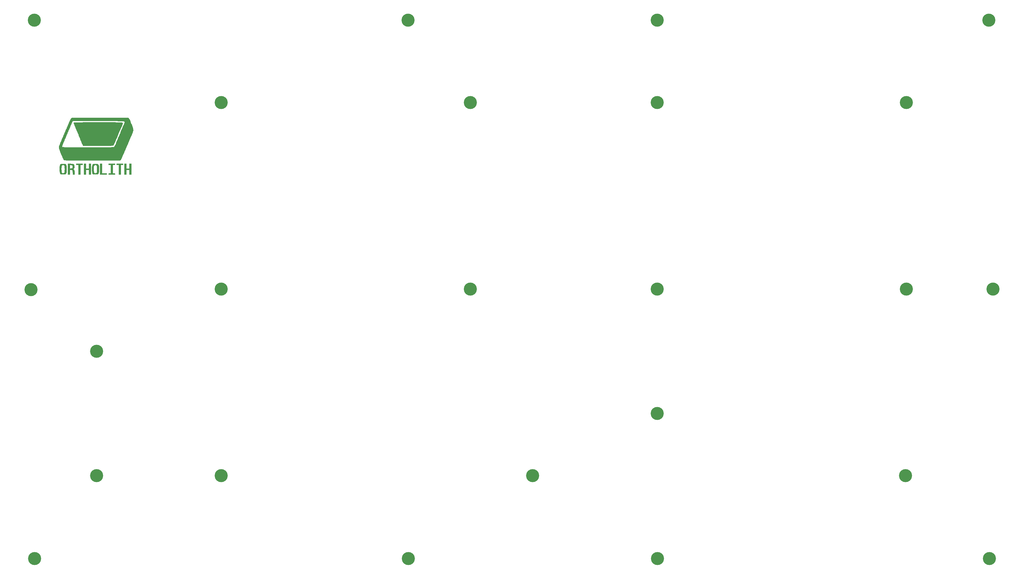
<source format=gbr>
%TF.GenerationSoftware,KiCad,Pcbnew,(6.0.0)*%
%TF.CreationDate,2023-01-05T23:03:01-06:00*%
%TF.ProjectId,Ortholith Top Plate (3D Printed Base),4f727468-6f6c-4697-9468-20546f702050,rev?*%
%TF.SameCoordinates,Original*%
%TF.FileFunction,Soldermask,Top*%
%TF.FilePolarity,Negative*%
%FSLAX46Y46*%
G04 Gerber Fmt 4.6, Leading zero omitted, Abs format (unit mm)*
G04 Created by KiCad (PCBNEW (6.0.0)) date 2023-01-05 23:03:01*
%MOMM*%
%LPD*%
G01*
G04 APERTURE LIST*
%ADD10C,0.500000*%
%ADD11C,4.000000*%
G04 APERTURE END LIST*
%TO.C,G\u002A\u002A\u002A*%
G36*
X88153797Y-96387886D02*
G01*
X88135188Y-96525175D01*
X88047413Y-96586195D01*
X87842549Y-96600898D01*
X87812858Y-96600974D01*
X87471918Y-96600974D01*
X87471918Y-99498960D01*
X86790039Y-99498960D01*
X86790039Y-96600974D01*
X86449099Y-96600974D01*
X86229438Y-96589343D01*
X86131806Y-96534483D01*
X86108281Y-96406443D01*
X86108160Y-96387886D01*
X86108160Y-96174799D01*
X88153797Y-96174799D01*
X88153797Y-96387886D01*
G37*
G36*
X85681985Y-96387886D02*
G01*
X85663376Y-96525175D01*
X85575601Y-96586195D01*
X85370737Y-96600898D01*
X85341046Y-96600974D01*
X85000106Y-96600974D01*
X85000106Y-99072786D01*
X85341046Y-99072786D01*
X85560707Y-99084416D01*
X85658339Y-99139276D01*
X85681864Y-99267316D01*
X85681985Y-99285873D01*
X85681985Y-99498960D01*
X83636348Y-99498960D01*
X83636348Y-99285873D01*
X83654957Y-99148585D01*
X83742732Y-99087565D01*
X83947596Y-99072862D01*
X83977287Y-99072786D01*
X84318227Y-99072786D01*
X84318227Y-96600974D01*
X83977287Y-96600974D01*
X83757626Y-96589343D01*
X83659994Y-96534483D01*
X83636469Y-96406443D01*
X83636348Y-96387886D01*
X83636348Y-96174799D01*
X85681985Y-96174799D01*
X85681985Y-96387886D01*
G37*
G36*
X72034959Y-96174799D02*
G01*
X72514954Y-96185947D01*
X72852203Y-96230502D01*
X73073603Y-96325131D01*
X73206055Y-96486502D01*
X73276457Y-96731283D01*
X73303176Y-96960624D01*
X73315975Y-97253879D01*
X73284856Y-97439539D01*
X73196867Y-97577645D01*
X73162202Y-97614046D01*
X72981985Y-97794262D01*
X73152455Y-97964732D01*
X73241154Y-98081959D01*
X73293269Y-98243056D01*
X73317574Y-98491890D01*
X73322925Y-98817081D01*
X73322925Y-99498960D01*
X72726281Y-99498960D01*
X72726281Y-98993100D01*
X72710744Y-98572027D01*
X72654804Y-98293444D01*
X72544461Y-98131430D01*
X72365717Y-98060063D01*
X72216981Y-98049967D01*
X71873932Y-98049967D01*
X71873932Y-99498960D01*
X71192052Y-99498960D01*
X71192052Y-97633594D01*
X71873932Y-97633594D01*
X72234598Y-97607385D01*
X72475620Y-97572448D01*
X72605771Y-97490372D01*
X72677226Y-97346779D01*
X72709350Y-97010328D01*
X72677226Y-96877987D01*
X72596368Y-96723411D01*
X72458061Y-96647427D01*
X72234598Y-96617382D01*
X71873932Y-96591172D01*
X71873932Y-97633594D01*
X71192052Y-97633594D01*
X71192052Y-96174799D01*
X72034959Y-96174799D01*
G37*
G36*
X81761180Y-99072786D02*
G01*
X82485677Y-99072786D01*
X82836512Y-99074742D01*
X83050628Y-99087229D01*
X83161777Y-99120174D01*
X83203709Y-99183502D01*
X83210173Y-99285873D01*
X83210173Y-99498960D01*
X81079301Y-99498960D01*
X81079301Y-96174799D01*
X81761180Y-96174799D01*
X81761180Y-99072786D01*
G37*
G36*
X68762544Y-96829849D02*
G01*
X68838917Y-96529116D01*
X68972989Y-96335616D01*
X69180421Y-96228381D01*
X69476876Y-96186444D01*
X69878017Y-96188839D01*
X69949167Y-96191768D01*
X70269040Y-96212532D01*
X70469236Y-96251888D01*
X70600545Y-96327510D01*
X70713758Y-96457070D01*
X70714498Y-96458063D01*
X70788075Y-96572455D01*
X70838396Y-96705111D01*
X70869779Y-96889247D01*
X70886542Y-97158081D01*
X70893002Y-97544829D01*
X70893730Y-97836880D01*
X70891276Y-98307376D01*
X70881034Y-98640656D01*
X70858683Y-98869935D01*
X70819904Y-99028431D01*
X70760376Y-99149361D01*
X70714402Y-99215697D01*
X70611882Y-99337165D01*
X70497830Y-99410449D01*
X70326921Y-99449207D01*
X70053829Y-99467099D01*
X69862053Y-99472554D01*
X69529516Y-99474795D01*
X69257532Y-99466067D01*
X69095835Y-99448217D01*
X69080695Y-99443545D01*
X68937244Y-99333391D01*
X68833753Y-99127892D01*
X68765961Y-98808059D01*
X68729608Y-98354903D01*
X68720240Y-97836880D01*
X69316885Y-97836880D01*
X69326043Y-98328519D01*
X69359241Y-98673982D01*
X69425060Y-98896859D01*
X69532083Y-99020742D01*
X69688893Y-99069222D01*
X69766520Y-99072786D01*
X69993017Y-99043709D01*
X70149119Y-98973454D01*
X70152187Y-98970504D01*
X70198257Y-98839953D01*
X70231287Y-98581576D01*
X70251277Y-98237519D01*
X70258228Y-97849926D01*
X70252138Y-97460942D01*
X70233008Y-97112713D01*
X70200839Y-96847382D01*
X70155629Y-96707095D01*
X70152187Y-96703256D01*
X70000372Y-96632001D01*
X69774736Y-96601016D01*
X69766520Y-96600974D01*
X69587657Y-96626148D01*
X69461974Y-96717397D01*
X69380889Y-96898312D01*
X69335819Y-97192486D01*
X69318181Y-97623507D01*
X69316885Y-97836880D01*
X68720240Y-97836880D01*
X68728206Y-97258782D01*
X68762544Y-96829849D01*
G37*
G36*
X83959958Y-83475181D02*
G01*
X84834246Y-83477395D01*
X85578339Y-83481851D01*
X86202306Y-83489268D01*
X86716217Y-83500366D01*
X87130140Y-83515862D01*
X87454144Y-83536477D01*
X87698296Y-83562929D01*
X87872667Y-83595938D01*
X87987324Y-83636222D01*
X88052336Y-83684500D01*
X88077772Y-83741492D01*
X88073701Y-83807917D01*
X88050190Y-83884493D01*
X88017310Y-83971940D01*
X88002550Y-84013801D01*
X87878012Y-84355007D01*
X87703049Y-84794682D01*
X87500582Y-85277411D01*
X87293531Y-85747780D01*
X87210339Y-85929130D01*
X87085857Y-86202794D01*
X86996354Y-86411616D01*
X86960559Y-86511836D01*
X86960509Y-86512892D01*
X86928409Y-86615033D01*
X86849930Y-86802273D01*
X86837978Y-86828696D01*
X86741430Y-87048468D01*
X86610870Y-87355890D01*
X86488209Y-87651309D01*
X86343888Y-87997648D01*
X86197935Y-88339121D01*
X86099331Y-88562908D01*
X86002709Y-88787024D01*
X85944937Y-88941062D01*
X85937690Y-88972450D01*
X85905698Y-89075054D01*
X85824816Y-89274425D01*
X85777730Y-89381992D01*
X85643853Y-89683542D01*
X85492310Y-90028059D01*
X85433477Y-90162757D01*
X85311599Y-90412630D01*
X85198453Y-90595544D01*
X85145953Y-90651552D01*
X85043342Y-90664008D01*
X84786301Y-90675738D01*
X84390870Y-90686513D01*
X83873090Y-90696103D01*
X83249000Y-90704281D01*
X82534639Y-90710815D01*
X81746049Y-90715478D01*
X80899267Y-90718040D01*
X80463478Y-90718461D01*
X75884233Y-90719766D01*
X75706978Y-90314900D01*
X75588539Y-90045121D01*
X75487707Y-89816711D01*
X75453376Y-89739564D01*
X75389203Y-89588074D01*
X75280392Y-89323113D01*
X75145315Y-88989609D01*
X75069980Y-88801980D01*
X74921447Y-88435000D01*
X74782173Y-88098039D01*
X74673771Y-87843106D01*
X74639572Y-87766280D01*
X74556563Y-87572839D01*
X74516803Y-87455204D01*
X74516214Y-87449175D01*
X74491258Y-87368301D01*
X74412737Y-87174974D01*
X74275171Y-86856304D01*
X74073078Y-86399403D01*
X74004178Y-86244933D01*
X73940216Y-86093368D01*
X73831830Y-85828269D01*
X73697328Y-85494611D01*
X73622509Y-85307350D01*
X73481158Y-84955637D01*
X73355595Y-84648928D01*
X73264349Y-84432229D01*
X73236478Y-84369766D01*
X73079273Y-83983551D01*
X73022118Y-83706998D01*
X73036113Y-83603392D01*
X73059900Y-83580663D01*
X73119574Y-83560733D01*
X73225450Y-83543422D01*
X73387843Y-83528553D01*
X73617066Y-83515947D01*
X73923435Y-83505424D01*
X74317265Y-83496806D01*
X74808870Y-83489914D01*
X75408564Y-83484570D01*
X76126663Y-83480594D01*
X76973481Y-83477807D01*
X77959333Y-83476032D01*
X79094533Y-83475089D01*
X80389396Y-83474800D01*
X80455246Y-83474799D01*
X81780527Y-83474602D01*
X82945409Y-83474489D01*
X83959958Y-83475181D01*
G37*
G36*
X78649792Y-96829849D02*
G01*
X78726166Y-96529116D01*
X78860237Y-96335616D01*
X79067669Y-96228381D01*
X79364124Y-96186444D01*
X79765265Y-96188839D01*
X79836415Y-96191768D01*
X80156288Y-96212532D01*
X80356484Y-96251888D01*
X80487794Y-96327510D01*
X80601006Y-96457070D01*
X80601746Y-96458063D01*
X80675323Y-96572455D01*
X80725644Y-96705111D01*
X80757027Y-96889247D01*
X80773790Y-97158081D01*
X80780251Y-97544829D01*
X80780979Y-97836880D01*
X80778525Y-98307376D01*
X80768282Y-98640656D01*
X80745932Y-98869935D01*
X80707153Y-99028431D01*
X80647624Y-99149361D01*
X80601651Y-99215697D01*
X80499130Y-99337165D01*
X80385078Y-99410449D01*
X80214169Y-99449207D01*
X79941077Y-99467099D01*
X79749302Y-99472554D01*
X79416764Y-99474795D01*
X79144781Y-99466067D01*
X78983084Y-99448217D01*
X78967944Y-99443545D01*
X78824493Y-99333391D01*
X78721001Y-99127892D01*
X78653209Y-98808059D01*
X78616856Y-98354903D01*
X78607489Y-97836880D01*
X79204133Y-97836880D01*
X79213292Y-98328519D01*
X79246489Y-98673982D01*
X79312308Y-98896859D01*
X79419331Y-99020742D01*
X79576141Y-99069222D01*
X79653768Y-99072786D01*
X79880265Y-99043709D01*
X80036368Y-98973454D01*
X80039435Y-98970504D01*
X80091788Y-98824870D01*
X80125547Y-98510959D01*
X80140759Y-98028260D01*
X80141717Y-97836880D01*
X80136956Y-97353837D01*
X80115957Y-97015638D01*
X80068648Y-96796769D01*
X79984955Y-96671718D01*
X79854804Y-96614968D01*
X79668124Y-96601008D01*
X79653768Y-96600974D01*
X79474905Y-96626148D01*
X79349222Y-96717397D01*
X79268137Y-96898312D01*
X79223067Y-97192486D01*
X79205430Y-97623507D01*
X79204133Y-97836880D01*
X78607489Y-97836880D01*
X78615454Y-97258782D01*
X78649792Y-96829849D01*
G37*
G36*
X75794737Y-96387886D02*
G01*
X75776128Y-96525175D01*
X75688353Y-96586195D01*
X75483489Y-96600898D01*
X75453797Y-96600974D01*
X75112858Y-96600974D01*
X75112858Y-99498960D01*
X74430979Y-99498960D01*
X74430979Y-96600974D01*
X74090039Y-96600974D01*
X73870378Y-96589343D01*
X73772746Y-96534483D01*
X73749221Y-96406443D01*
X73749099Y-96387886D01*
X73749099Y-96174799D01*
X75794737Y-96174799D01*
X75794737Y-96387886D01*
G37*
G36*
X76817556Y-97623793D02*
G01*
X77669905Y-97623793D01*
X77669905Y-96174799D01*
X78351784Y-96174799D01*
X78351784Y-99498960D01*
X77669905Y-99498960D01*
X77669905Y-98049967D01*
X76817556Y-98049967D01*
X76817556Y-99498960D01*
X76135677Y-99498960D01*
X76135677Y-96174799D01*
X76817556Y-96174799D01*
X76817556Y-97623793D01*
G37*
G36*
X68657487Y-90498008D02*
G01*
X68840466Y-90051435D01*
X68977638Y-89739564D01*
X69047757Y-89575520D01*
X69157634Y-89311547D01*
X69279281Y-89015068D01*
X69490400Y-88504565D01*
X69697555Y-88017228D01*
X69875309Y-87612662D01*
X69915832Y-87523457D01*
X69991211Y-87346372D01*
X70096543Y-87084133D01*
X70157754Y-86926813D01*
X70286480Y-86605081D01*
X70444180Y-86229029D01*
X70548520Y-85989229D01*
X70678904Y-85695474D01*
X70790466Y-85443933D01*
X70850962Y-85307350D01*
X70918690Y-85149556D01*
X71029986Y-84885629D01*
X71163210Y-84566944D01*
X71192052Y-84497618D01*
X71327262Y-84173926D01*
X71445293Y-83894175D01*
X71524440Y-83709746D01*
X71534112Y-83687886D01*
X71607054Y-83518226D01*
X71716873Y-83255472D01*
X71809649Y-83030081D01*
X71949990Y-82726941D01*
X72102288Y-82457986D01*
X72196533Y-82326893D01*
X72384214Y-82111041D01*
X89774388Y-82111041D01*
X89962765Y-82327694D01*
X90097653Y-82528488D01*
X90245836Y-82816516D01*
X90336528Y-83030882D01*
X90575675Y-83652845D01*
X90768227Y-84140194D01*
X90924659Y-84518946D01*
X91051827Y-84807254D01*
X91244785Y-85391919D01*
X91272654Y-85959235D01*
X91143026Y-86512364D01*
X91023180Y-86827717D01*
X90906762Y-87117458D01*
X90841908Y-87267752D01*
X90757648Y-87454842D01*
X90626192Y-87750462D01*
X90468680Y-88106970D01*
X90369183Y-88333189D01*
X90199173Y-88719113D01*
X90035501Y-89088375D01*
X89902435Y-89386323D01*
X89850859Y-89500492D01*
X89753518Y-89725194D01*
X89695321Y-89880668D01*
X89688026Y-89912880D01*
X89654568Y-90011722D01*
X89566320Y-90221595D01*
X89441472Y-90499469D01*
X89424816Y-90535510D01*
X89252735Y-90915845D01*
X89073589Y-91325957D01*
X88951996Y-91614732D01*
X88810678Y-91950900D01*
X88666154Y-92281275D01*
X88581158Y-92467081D01*
X88467689Y-92715082D01*
X88318447Y-93051908D01*
X88163675Y-93409215D01*
X88147420Y-93447282D01*
X87904765Y-94011302D01*
X87715035Y-94437065D01*
X87567402Y-94744414D01*
X87451043Y-94953195D01*
X87355132Y-95083251D01*
X87268843Y-95154425D01*
X87201188Y-95181850D01*
X87076014Y-95192705D01*
X86796102Y-95202215D01*
X86375597Y-95210415D01*
X85828647Y-95217338D01*
X85169398Y-95223020D01*
X84411996Y-95227493D01*
X83570588Y-95230793D01*
X82659320Y-95232954D01*
X81692339Y-95234009D01*
X80683790Y-95233992D01*
X79647821Y-95232939D01*
X78598579Y-95230884D01*
X77550209Y-95227859D01*
X76516857Y-95223900D01*
X75512671Y-95219042D01*
X74551797Y-95213317D01*
X73648381Y-95206760D01*
X72816570Y-95199405D01*
X72070510Y-95191287D01*
X71424348Y-95182440D01*
X70892229Y-95172898D01*
X70488302Y-95162695D01*
X70226711Y-95151865D01*
X70121867Y-95140576D01*
X69958903Y-94999699D01*
X69852001Y-94826713D01*
X69771011Y-94629999D01*
X69652292Y-94340544D01*
X69530915Y-94043927D01*
X69379467Y-93680739D01*
X69218912Y-93306980D01*
X69111058Y-93063725D01*
X68980657Y-92762131D01*
X68825593Y-92383079D01*
X68681210Y-92013248D01*
X68566974Y-91685788D01*
X68502787Y-91406562D01*
X68493345Y-91139543D01*
X68524811Y-90956516D01*
X69506242Y-90956516D01*
X69515021Y-91009863D01*
X69535610Y-91033250D01*
X69585103Y-91053822D01*
X69673703Y-91071756D01*
X69811614Y-91087229D01*
X70009038Y-91100421D01*
X70276180Y-91111508D01*
X70623242Y-91120668D01*
X71060427Y-91128080D01*
X71597939Y-91133921D01*
X72245980Y-91138369D01*
X73014754Y-91141602D01*
X73914465Y-91143797D01*
X74955315Y-91145133D01*
X76147507Y-91145787D01*
X77322280Y-91145940D01*
X78784978Y-91145228D01*
X80082929Y-91143044D01*
X81221849Y-91139320D01*
X82207457Y-91133988D01*
X83045468Y-91126979D01*
X83741601Y-91118224D01*
X84301570Y-91107654D01*
X84731095Y-91095200D01*
X85035891Y-91080795D01*
X85221675Y-91064368D01*
X85287504Y-91050174D01*
X85414303Y-90934085D01*
X85573077Y-90713292D01*
X85733015Y-90441579D01*
X85863304Y-90172730D01*
X85933135Y-89960526D01*
X85937690Y-89915223D01*
X85970744Y-89812412D01*
X86056794Y-89603486D01*
X86159906Y-89371854D01*
X86315094Y-89021105D01*
X86470106Y-88651554D01*
X86545814Y-88461041D01*
X86654702Y-88183581D01*
X86750573Y-87949359D01*
X86787531Y-87864397D01*
X86948884Y-87506901D01*
X87095960Y-87172209D01*
X87213384Y-86896233D01*
X87285782Y-86714888D01*
X87301448Y-86663906D01*
X87337037Y-86556394D01*
X87440089Y-86307905D01*
X87605039Y-85931492D01*
X87776401Y-85550173D01*
X87858370Y-85356522D01*
X87897534Y-85238955D01*
X87898093Y-85233068D01*
X87930257Y-85135653D01*
X88014101Y-84929896D01*
X88117541Y-84691923D01*
X88255305Y-84382708D01*
X88382672Y-84096899D01*
X88451014Y-83943591D01*
X88561881Y-83651536D01*
X88585206Y-83441792D01*
X88541678Y-83283021D01*
X88523299Y-83257652D01*
X88484868Y-83235325D01*
X88416108Y-83215847D01*
X88306747Y-83199023D01*
X88146508Y-83184661D01*
X87925116Y-83172567D01*
X87632297Y-83162548D01*
X87257776Y-83154411D01*
X86791277Y-83147963D01*
X86222525Y-83143010D01*
X85541246Y-83139359D01*
X84737164Y-83136817D01*
X83800005Y-83135191D01*
X82719494Y-83134287D01*
X81485354Y-83133911D01*
X80611368Y-83133860D01*
X72746238Y-83133860D01*
X72523172Y-83604982D01*
X72405726Y-83858727D01*
X72324915Y-84044213D01*
X72300106Y-84113865D01*
X72267417Y-84205367D01*
X72182550Y-84404597D01*
X72087019Y-84617483D01*
X71973660Y-84873450D01*
X71896374Y-85063535D01*
X71873932Y-85136095D01*
X71841793Y-85239131D01*
X71760538Y-85438712D01*
X71713169Y-85546422D01*
X71579279Y-85847266D01*
X71427698Y-86192099D01*
X71367575Y-86330168D01*
X71247838Y-86605068D01*
X71145397Y-86838246D01*
X71105978Y-86926813D01*
X71035419Y-87090872D01*
X70925225Y-87354868D01*
X70803481Y-87651309D01*
X70659872Y-87997844D01*
X70514400Y-88339463D01*
X70416109Y-88562908D01*
X70319471Y-88787222D01*
X70261703Y-88941657D01*
X70254469Y-88973236D01*
X70222063Y-89073941D01*
X70138389Y-89278867D01*
X70055371Y-89468013D01*
X69806743Y-90035523D01*
X69635103Y-90464908D01*
X69536315Y-90767972D01*
X69506242Y-90956516D01*
X68524811Y-90956516D01*
X68543346Y-90848701D01*
X68657487Y-90498008D01*
G37*
G36*
X89176616Y-97623793D02*
G01*
X90028965Y-97623793D01*
X90028965Y-96174799D01*
X90710844Y-96174799D01*
X90710844Y-99498960D01*
X90028965Y-99498960D01*
X90028965Y-98049967D01*
X89176616Y-98049967D01*
X89176616Y-99498960D01*
X88494737Y-99498960D01*
X88494737Y-96174799D01*
X89176616Y-96174799D01*
X89176616Y-97623793D01*
G37*
%TD*%
D10*
%TO.C,Ref\u002A\u002A*%
X354203000Y-136120000D03*
X353143000Y-133560000D03*
X355703000Y-134620000D03*
D11*
X354203000Y-134620000D03*
D10*
X355263000Y-133560000D03*
X354203000Y-133120000D03*
X352703000Y-134620000D03*
X355263000Y-135680000D03*
X353143000Y-135680000D03*
%TD*%
%TO.C,Ref\u002A\u002A*%
X59944000Y-136247000D03*
X58884000Y-133687000D03*
X61444000Y-134747000D03*
D11*
X59944000Y-134747000D03*
D10*
X61004000Y-133687000D03*
X59944000Y-133247000D03*
X58444000Y-134747000D03*
X61004000Y-135807000D03*
X58884000Y-135807000D03*
%TD*%
%TO.C,Ref\u002A\u002A*%
X175387000Y-218670000D03*
X174327000Y-216110000D03*
X176887000Y-217170000D03*
D11*
X175387000Y-217170000D03*
D10*
X176447000Y-216110000D03*
X175387000Y-215670000D03*
X173887000Y-217170000D03*
X176447000Y-218230000D03*
X174327000Y-218230000D03*
%TD*%
%TO.C,Ref\u002A\u002A*%
X251587000Y-218670000D03*
X250527000Y-216110000D03*
X253087000Y-217170000D03*
D11*
X251587000Y-217170000D03*
D10*
X252647000Y-216110000D03*
X251587000Y-215670000D03*
X250087000Y-217170000D03*
X252647000Y-218230000D03*
X250527000Y-218230000D03*
%TD*%
%TO.C,Ref\u002A\u002A*%
X61087000Y-218670000D03*
X60027000Y-216110000D03*
X62587000Y-217170000D03*
D11*
X61087000Y-217170000D03*
D10*
X62147000Y-216110000D03*
X61087000Y-215670000D03*
X59587000Y-217170000D03*
X62147000Y-218230000D03*
X60027000Y-218230000D03*
%TD*%
%TO.C,Ref\u002A\u002A*%
X353060000Y-218670000D03*
X352000000Y-216110000D03*
X354560000Y-217170000D03*
D11*
X353060000Y-217170000D03*
D10*
X354120000Y-216110000D03*
X353060000Y-215670000D03*
X351560000Y-217170000D03*
X354120000Y-218230000D03*
X352000000Y-218230000D03*
%TD*%
%TO.C,Ref\u002A\u002A*%
X251460000Y-53697000D03*
X250400000Y-51137000D03*
X252960000Y-52197000D03*
D11*
X251460000Y-52197000D03*
D10*
X252520000Y-51137000D03*
X251460000Y-50697000D03*
X249960000Y-52197000D03*
X252520000Y-53257000D03*
X250400000Y-53257000D03*
%TD*%
%TO.C,Ref\u002A\u002A*%
X175260000Y-53697000D03*
X174200000Y-51137000D03*
X176760000Y-52197000D03*
D11*
X175260000Y-52197000D03*
D10*
X176320000Y-51137000D03*
X175260000Y-50697000D03*
X173760000Y-52197000D03*
X176320000Y-53257000D03*
X174200000Y-53257000D03*
%TD*%
%TO.C,Ref\u002A\u002A*%
X351873000Y-53257000D03*
X353993000Y-53257000D03*
X351433000Y-52197000D03*
X352933000Y-50697000D03*
X353993000Y-51137000D03*
D11*
X352933000Y-52197000D03*
D10*
X354433000Y-52197000D03*
X351873000Y-51137000D03*
X352933000Y-53697000D03*
%TD*%
%TO.C,Ref\u002A\u002A*%
X60960000Y-53697000D03*
X59900000Y-51137000D03*
X62460000Y-52197000D03*
D11*
X60960000Y-52197000D03*
D10*
X62020000Y-51137000D03*
X60960000Y-50697000D03*
X59460000Y-52197000D03*
X62020000Y-53257000D03*
X59900000Y-53257000D03*
%TD*%
%TO.C,Ref\u002A\u002A*%
X251460000Y-136120000D03*
X250400000Y-133560000D03*
X252960000Y-134620000D03*
D11*
X251460000Y-134620000D03*
D10*
X252520000Y-133560000D03*
X251460000Y-133120000D03*
X249960000Y-134620000D03*
X252520000Y-135680000D03*
X250400000Y-135680000D03*
%TD*%
%TO.C,Ref\u002A\u002A*%
X327660000Y-136120000D03*
X326600000Y-133560000D03*
X329160000Y-134620000D03*
D11*
X327660000Y-134620000D03*
D10*
X328720000Y-133560000D03*
X327660000Y-133120000D03*
X326160000Y-134620000D03*
X328720000Y-135680000D03*
X326600000Y-135680000D03*
%TD*%
%TO.C,Ref\u002A\u002A*%
X327660000Y-78970000D03*
X326600000Y-76410000D03*
X329160000Y-77470000D03*
D11*
X327660000Y-77470000D03*
D10*
X328720000Y-76410000D03*
X327660000Y-75970000D03*
X326160000Y-77470000D03*
X328720000Y-78530000D03*
X326600000Y-78530000D03*
%TD*%
%TO.C,Ref\u002A\u002A*%
X251460000Y-78970000D03*
X250400000Y-76410000D03*
X252960000Y-77470000D03*
D11*
X251460000Y-77470000D03*
D10*
X252520000Y-76410000D03*
X251460000Y-75970000D03*
X249960000Y-77470000D03*
X252520000Y-78530000D03*
X250400000Y-78530000D03*
%TD*%
%TO.C,Ref\u002A\u002A*%
X194310000Y-78970000D03*
X193250000Y-76410000D03*
X195810000Y-77470000D03*
D11*
X194310000Y-77470000D03*
D10*
X195370000Y-76410000D03*
X194310000Y-75970000D03*
X192810000Y-77470000D03*
X195370000Y-78530000D03*
X193250000Y-78530000D03*
%TD*%
%TO.C,Ref\u002A\u002A*%
X194304374Y-136092986D03*
X193244374Y-133532986D03*
X195804374Y-134592986D03*
D11*
X194304374Y-134592986D03*
D10*
X195364374Y-133532986D03*
X194304374Y-133092986D03*
X192804374Y-134592986D03*
X195364374Y-135652986D03*
X193244374Y-135652986D03*
%TD*%
%TO.C,Ref\u002A\u002A*%
X118110000Y-78970000D03*
X117050000Y-76410000D03*
X119610000Y-77470000D03*
D11*
X118110000Y-77470000D03*
D10*
X119170000Y-76410000D03*
X118110000Y-75970000D03*
X116610000Y-77470000D03*
X119170000Y-78530000D03*
X117050000Y-78530000D03*
%TD*%
%TO.C,Ref\u002A\u002A*%
X118110000Y-136120000D03*
X117050000Y-133560000D03*
X119610000Y-134620000D03*
D11*
X118110000Y-134620000D03*
D10*
X119170000Y-133560000D03*
X118110000Y-133120000D03*
X116610000Y-134620000D03*
X119170000Y-135680000D03*
X117050000Y-135680000D03*
%TD*%
%TO.C,Ref\u002A\u002A*%
X251460000Y-174220000D03*
X250400000Y-171660000D03*
X252960000Y-172720000D03*
D11*
X251460000Y-172720000D03*
D10*
X252520000Y-171660000D03*
X251460000Y-171220000D03*
X249960000Y-172720000D03*
X252520000Y-173780000D03*
X250400000Y-173780000D03*
%TD*%
%TO.C,Ref\u002A\u002A*%
X327406000Y-193270000D03*
X326346000Y-190710000D03*
X328906000Y-191770000D03*
D11*
X327406000Y-191770000D03*
D10*
X328466000Y-190710000D03*
X327406000Y-190270000D03*
X325906000Y-191770000D03*
X328466000Y-192830000D03*
X326346000Y-192830000D03*
%TD*%
%TO.C,Ref\u002A\u002A*%
X213360000Y-193270000D03*
X212300000Y-190710000D03*
X214860000Y-191770000D03*
D11*
X213360000Y-191770000D03*
D10*
X214420000Y-190710000D03*
X213360000Y-190270000D03*
X211860000Y-191770000D03*
X214420000Y-192830000D03*
X212300000Y-192830000D03*
%TD*%
%TO.C,Ref\u002A\u002A*%
X118110000Y-193270000D03*
X117050000Y-190710000D03*
X119610000Y-191770000D03*
D11*
X118110000Y-191770000D03*
D10*
X119170000Y-190710000D03*
X118110000Y-190270000D03*
X116610000Y-191770000D03*
X119170000Y-192830000D03*
X117050000Y-192830000D03*
%TD*%
%TO.C,Ref\u002A\u002A*%
X80010000Y-193270000D03*
X78950000Y-190710000D03*
X81510000Y-191770000D03*
D11*
X80010000Y-191770000D03*
D10*
X81070000Y-190710000D03*
X80010000Y-190270000D03*
X78510000Y-191770000D03*
X81070000Y-192830000D03*
X78950000Y-192830000D03*
%TD*%
D11*
%TO.C,Ref\u002A\u002A*%
X80010000Y-153670000D03*
D10*
X81510000Y-153670000D03*
X78510000Y-153670000D03*
X80010000Y-155170000D03*
X80010000Y-152170000D03*
X81070000Y-154730000D03*
X78950000Y-154730000D03*
X78950000Y-152610000D03*
X81070000Y-152610000D03*
%TD*%
M02*

</source>
